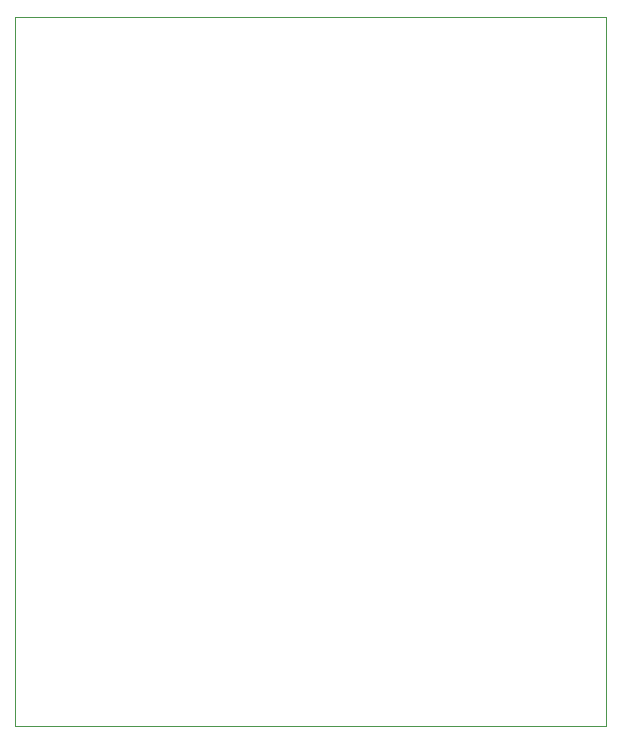
<source format=gm1>
G04 #@! TF.GenerationSoftware,KiCad,Pcbnew,(5.1.10)-1*
G04 #@! TF.CreationDate,2022-05-03T20:41:15+02:00*
G04 #@! TF.ProjectId,rak3172_easeboard,72616b33-3137-4325-9f65-617365626f61,rev?*
G04 #@! TF.SameCoordinates,Original*
G04 #@! TF.FileFunction,Profile,NP*
%FSLAX46Y46*%
G04 Gerber Fmt 4.6, Leading zero omitted, Abs format (unit mm)*
G04 Created by KiCad (PCBNEW (5.1.10)-1) date 2022-05-03 20:41:15*
%MOMM*%
%LPD*%
G01*
G04 APERTURE LIST*
G04 #@! TA.AperFunction,Profile*
%ADD10C,0.038100*%
G04 #@! TD*
G04 APERTURE END LIST*
D10*
X116634000Y-133057600D02*
X116634000Y-73057600D01*
X166634000Y-133057600D02*
X116634000Y-133057600D01*
X166634000Y-73057600D02*
X166634000Y-133057600D01*
X116634000Y-73057600D02*
X166634000Y-73057600D01*
M02*

</source>
